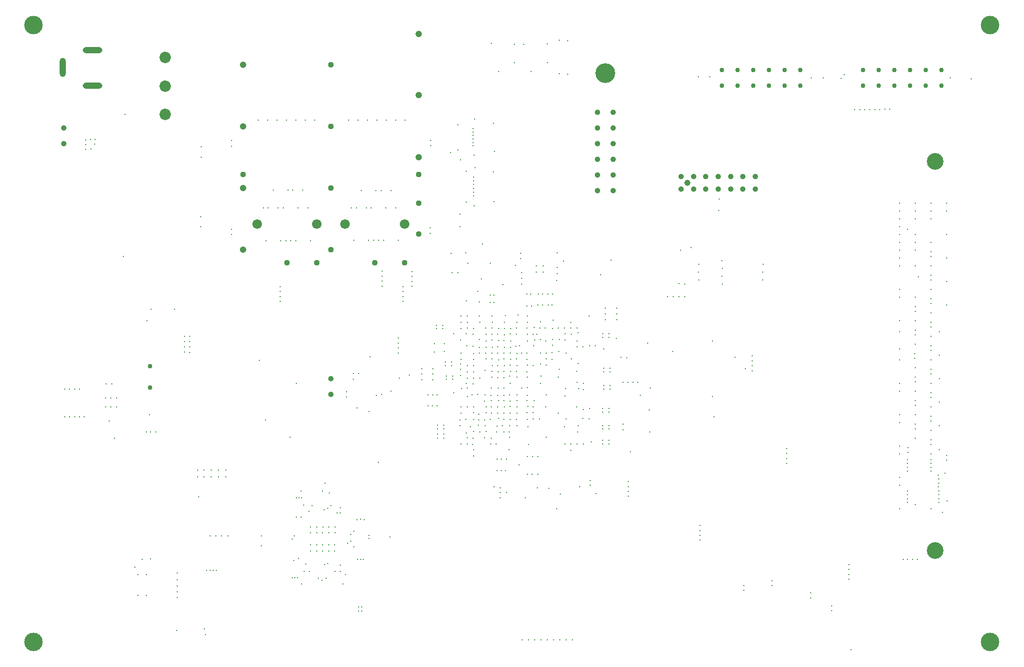
<source format=gbr>
%FSTAX23Y23*%
%MOIN*%
%SFA1B1*%

%IPPOS*%
%ADD150C,0.030000*%
%ADD151O,0.039370X0.122047*%
%ADD152O,0.125000X0.039370*%
%ADD153C,0.106299*%
%ADD154C,0.106299*%
%ADD155C,0.118110*%
%ADD156C,0.118110*%
%ADD157C,0.118110*%
%ADD158C,0.118110*%
%ADD159C,0.061024*%
%ADD160C,0.072835*%
%ADD161C,0.039370*%
%ADD162C,0.035433*%
%ADD163C,0.035433*%
%ADD164C,0.037401*%
%ADD165C,0.041339*%
%ADD166C,0.125984*%
%ADD167C,0.007992*%
%ADD168C,0.010000*%
%ADD169C,0.007008*%
%ADD170C,0.007874*%
%LNatfc_pth_drill-1*%
%LPD*%
G54D150*
X08059Y05085D03*
X08159D03*
X08259D03*
X08359D03*
X08459D03*
X08559D03*
X08059Y05185D03*
X08159D03*
X08259D03*
X08359D03*
X08459D03*
X08559D03*
X07159Y05085D03*
X07259D03*
X07359D03*
X07459D03*
X07559D03*
X07659D03*
X07159Y05185D03*
X07259D03*
X07359D03*
X07459D03*
X07559D03*
X07659D03*
X0351Y03296D03*
Y03159D03*
G54D151*
X02956Y05204D03*
G54D152*
X03145Y05314D03*
Y05086D03*
G54D153*
X08519Y02121D03*
G54D154*
X08519Y04602D03*
G54D155*
X08869Y05474D03*
G54D156*
X02769Y05474D03*
G54D157*
X02769Y01537D03*
G54D158*
X08869Y01537D03*
G54D159*
X04756Y04202D03*
X05134D03*
X04195D03*
X04573D03*
G54D160*
X03608Y05084D03*
Y05265D03*
Y04902D03*
G54D161*
X06938Y04467D03*
G54D162*
X06899Y04428D03*
X06978D03*
X07056D03*
X07135D03*
X07214D03*
X07292D03*
X07371D03*
X06899Y04507D03*
X06978D03*
X07056D03*
X07135D03*
X07214D03*
X07292D03*
X07371D03*
G54D163*
X04666Y03115D03*
Y03215D03*
X06364Y04917D03*
X06464D03*
X06364Y04817D03*
X06464D03*
X06364Y04717D03*
X06464D03*
X06364Y04617D03*
X06464D03*
X06364Y04517D03*
X06464D03*
X06364Y04417D03*
X06464D03*
X0296Y04815D03*
Y04715D03*
G54D164*
X05134Y03958D03*
X04945D03*
X04384D03*
X04573D03*
X05226Y04521D03*
X04104D03*
X05226Y04336D03*
Y04139D03*
X04665Y0404D03*
Y04434D03*
Y04828D03*
Y05221D03*
G54D165*
X05226Y05418D03*
Y05025D03*
Y04631D03*
X04104Y05221D03*
Y04828D03*
Y04434D03*
Y0404D03*
G54D166*
X06414Y05167D03*
G54D167*
X07419Y03845D03*
X05654Y02999D03*
X0659Y03192D03*
X05654Y03038D03*
X06559Y03192D03*
X05601Y03772D03*
X08388Y03347D03*
X05575Y03339D03*
X08388Y03377D03*
X05575Y03378D03*
X08374Y02064D03*
X05811Y03457D03*
X08342Y02064D03*
X05811Y03418D03*
X0834Y02675D03*
X05772Y03536D03*
X0834Y02649D03*
X05772Y03496D03*
X0834Y02475D03*
X05692Y03539D03*
X08341Y02449D03*
X05692Y035D03*
X05495Y03577D03*
X07858Y01736D03*
X05495Y03537D03*
X07858Y01767D03*
X07724Y01817D03*
X05495Y0338D03*
X0849Y02827D03*
X05495Y0334D03*
X07724Y01849D03*
X0849Y02797D03*
X07298Y01865D03*
X05492Y03275D03*
X0849Y02977D03*
X07298Y01897D03*
X05492Y03236D03*
X0849Y02947D03*
X07477Y01897D03*
X05536Y0326D03*
X0859Y02727D03*
X07477Y01928D03*
X05536Y03221D03*
X0859Y02697D03*
X0839Y02897D03*
X05536Y03157D03*
X0839Y02927D03*
X05498Y03152D03*
X0849Y03097D03*
X05602Y03115D03*
X0849Y03127D03*
X05566Y03114D03*
X08491Y02675D03*
X07968Y01968D03*
X05607Y02952D03*
X08491Y02649D03*
X07968Y02D03*
X05607Y02991D03*
X0839Y03047D03*
X05536Y03038D03*
X0839Y03077D03*
X05496Y03038D03*
X0849Y03247D03*
X05523Y02956D03*
X0849Y03277D03*
X05488Y02917D03*
X0854Y02449D03*
X05575Y03038D03*
X07019Y02216D03*
X0854Y02475D03*
X05575Y02999D03*
X07019Y02248D03*
X08197Y04935D03*
X08229Y04935D03*
X05965Y03462D03*
X08134Y04932D03*
X06079Y0343D03*
X08163Y04932D03*
X06078Y03467D03*
X081Y04933D03*
X06236Y0354D03*
X08068Y04934D03*
X06199Y035D03*
X08037Y04934D03*
X06002Y03465D03*
X08005Y04934D03*
X05979Y03499D03*
X06121Y03465D03*
X06074Y03685D03*
X06051D03*
X0603Y03539D03*
X06077Y03535D03*
X06Y0358D03*
X05956Y035D03*
X05868Y03427D03*
X05882Y0338D03*
X05918Y03457D03*
X05915Y0338D03*
X05846Y03424D03*
X06235Y03457D03*
X06397Y0348D03*
X06437D03*
X06397Y03503D03*
X06437D03*
X05851Y03377D03*
X06198Y03342D03*
X0624Y03314D03*
X0635Y03425D03*
X06316D03*
X0839Y03677D03*
X05721Y02877D03*
X0839Y03647D03*
X05723Y02912D03*
X0849Y03727D03*
X05803Y02842D03*
X0849Y03697D03*
X05802Y02877D03*
X06397Y02799D03*
X06437Y02822D03*
Y02799D03*
X06039Y02842D03*
X05759Y02917D03*
X0849Y03877D03*
X05803Y02917D03*
X0849Y03847D03*
X0839Y02412D03*
X08593Y02435D03*
X08566Y02362D03*
X0834Y02699D03*
X08491D03*
X08313Y02064D03*
X04988Y03118D03*
X0834Y02625D03*
Y02499D03*
X05535Y03102D03*
X05527Y03188D03*
X08343Y02777D03*
Y02747D03*
X05385Y02862D03*
Y02838D03*
X05654Y02881D03*
X0849Y03397D03*
X05614Y02877D03*
X0849Y03427D03*
Y03577D03*
X05685Y02799D03*
X0849Y03547D03*
X05688Y02838D03*
X0839Y03527D03*
X05645Y02952D03*
X0839Y03497D03*
X05681Y02956D03*
X0757Y02707D03*
X05571Y02835D03*
X0757Y02739D03*
X05569Y02797D03*
X07019Y02279D03*
X0757Y02676D03*
Y0277D03*
X06561Y02527D03*
X05646Y0284D03*
X08541Y02549D03*
X06561Y02496D03*
X05606Y02921D03*
X08541Y02575D03*
X05575Y02881D03*
X05917Y0272D03*
X05802Y02762D03*
X05768Y02876D03*
X05735Y02962D03*
X05769Y02957D03*
X05719Y02799D03*
X05649Y02917D03*
X05807Y02957D03*
X05769Y02996D03*
X0585Y02917D03*
X08412Y03865D03*
X05575Y03221D03*
X05614D03*
X0849Y04027D03*
Y03997D03*
X06405Y03149D03*
X06444D03*
X06405Y03173D03*
X06244Y03153D03*
X06275Y03147D03*
X05732Y03157D03*
X05767D03*
X05807Y03185D03*
X05688Y03157D03*
X05648Y03271D03*
X05728Y0311D03*
X05767D03*
X05729Y03224D03*
X05769D03*
X06622Y03192D03*
X05653Y035D03*
X06232Y03036D03*
X06241Y02917D03*
X05649Y03114D03*
X06116Y03225D03*
X05728Y03035D03*
X05688D03*
X0561Y03417D03*
X0585Y03036D03*
X05917Y03161D03*
X05389Y03389D03*
X05326Y03385D03*
X05685Y0311D03*
X0569Y03227D03*
X05646Y03073D03*
X05728Y03299D03*
X05448Y03503D03*
X06035Y03456D03*
X0596Y03543D03*
X05913Y03539D03*
X06413Y03665D03*
X06236Y03192D03*
X06273Y0302D03*
X05921Y02909D03*
X0692Y0374D03*
X05955Y02959D03*
X06884Y0374D03*
X05955Y02999D03*
X06847Y0374D03*
X06444Y03173D03*
X06311Y0296D03*
X06685Y03444D03*
X06551Y0335D03*
X06035Y03035D03*
X0585Y03114D03*
X05688Y03078D03*
X05767D03*
X0585D03*
X0596Y03075D03*
X05807Y03074D03*
X06238Y02875D03*
X05574Y02955D03*
X05918Y0311D03*
X05808Y02996D03*
X05527Y04342D03*
Y04539D03*
X05783Y02704D03*
X06015Y03685D03*
X05571Y04814D03*
Y04791D03*
Y04769D03*
Y04746D03*
Y04724D03*
Y04702D03*
X05575Y04504D03*
Y04479D03*
Y04455D03*
Y0443D03*
Y04406D03*
Y04382D03*
X05984Y0272D03*
X05952D03*
X05917Y02606D03*
X05448Y03125D03*
X05858Y03622D03*
X05811Y03535D03*
X05771Y03578D03*
X05917Y035D03*
X05095Y03412D03*
X05047Y03137D03*
X0585Y02996D03*
X06484Y03472D03*
X05165Y0324D03*
X05102Y0322D03*
X05984Y02606D03*
X05948D03*
X05762Y03815D03*
X06488Y03594D03*
Y03629D03*
X06413Y03594D03*
Y03629D03*
X05724Y02704D03*
X05751D03*
X05779Y02629D03*
X05751D03*
X05724D03*
X06314Y03027D03*
X05984Y03685D03*
X06082Y0359D03*
X06078Y03755D03*
X06047D03*
X06015D03*
X05988D03*
X05937D03*
X05913D03*
Y03681D03*
X06Y03185D03*
X06161Y03153D03*
X05651Y03539D03*
X05346Y02838D03*
Y02862D03*
X05385Y02897D03*
Y02921D03*
X05346Y02897D03*
Y02921D03*
X05574Y02724D03*
X06452Y03972D03*
X07419Y03895D03*
X05314Y03248D03*
X05244D03*
X05342Y03043D03*
X05311D03*
X05283D03*
X05314Y03114D03*
X05342D03*
X05283D03*
X05529Y03503D03*
X06001Y03309D03*
X06074Y03382D03*
X05918Y02957D03*
X06158Y03107D03*
X05586Y04562D03*
X05701Y04535D03*
X05705Y04348D03*
X05578Y0432D03*
X05475Y04835D03*
Y04678D03*
X05578Y04642D03*
X05708Y04666D03*
X05702Y04847D03*
X0558Y04872D03*
X05729Y0342D03*
X05809Y03504D03*
X05095Y0338D03*
X06037Y03381D03*
Y03303D03*
Y03342D03*
X04341Y0371D03*
X06962Y04052D03*
X06893Y04035D03*
X06884Y03822D03*
X0692Y0382D03*
X06811Y0374D03*
X05571Y03184D03*
X0569Y03381D03*
X06561Y02465D03*
Y02559D03*
X05693Y033D03*
X05772D03*
X05851Y033D03*
X05693Y03418D03*
X05808Y03381D03*
X0499Y03807D03*
X05917Y03227D03*
X05769Y03263D03*
X05955Y033D03*
X06073Y03339D03*
X06165Y03381D03*
X05772Y03038D03*
X05572Y035D03*
X05575Y03536D03*
X05733Y03077D03*
X05955Y03038D03*
X05915Y02999D03*
X05095Y03475D03*
X05574Y02762D03*
X04341Y03804D03*
X05535Y033D03*
X05811Y03262D03*
X05914Y0326D03*
X05731D03*
X05126Y0371D03*
X05181Y03901D03*
X05126Y03804D03*
X0499Y03902D03*
X05531Y03425D03*
X05997Y03539D03*
X06115D03*
X06155D03*
X06233Y03421D03*
X05729Y035D03*
X05848Y03539D03*
Y035D03*
X05533Y03578D03*
Y03539D03*
X05493Y03618D03*
X05533D03*
X05651Y03381D03*
X05729D03*
X05491Y03311D03*
X0569Y03263D03*
X05848D03*
X05777Y0362D03*
X05611Y03381D03*
X0561Y03467D03*
X05571Y03424D03*
X05691Y03462D03*
X0588Y03157D03*
X05728Y02996D03*
X05848Y02956D03*
X05925Y02795D03*
X06196Y02759D03*
X06326Y02814D03*
X05915Y03077D03*
X05807Y03039D03*
X05688Y02996D03*
X05496D03*
X05917Y03303D03*
X06153Y02909D03*
X06272Y02962D03*
X06165Y02959D03*
X06114Y02996D03*
X06039Y03114D03*
X06003Y03232D03*
X06122Y03275D03*
X06Y03381D03*
X06118Y03389D03*
X06196Y03578D03*
X06311Y03618D03*
X05921Y03039D03*
X05996Y0296D03*
X06157Y02799D03*
X06196D03*
X06236D03*
X06275D03*
X06527Y03192D03*
X06275Y03188D03*
X06232Y03263D03*
X06397Y02897D03*
X06437D03*
Y02917D03*
X06397D03*
Y03027D03*
Y03003D03*
X06437Y03027D03*
Y03003D03*
X06405Y03283D03*
Y03259D03*
X06444Y03283D03*
Y03259D03*
X05393Y03322D03*
Y03299D03*
X05433Y03322D03*
Y03299D03*
X05401Y03232D03*
X05244Y03209D03*
X05315D03*
X05244Y03279D03*
X0544Y03232D03*
Y03212D03*
X05401D03*
X05314Y03279D03*
X06397Y02822D03*
X05917Y03618D03*
X05181Y03807D03*
X0561Y03705D03*
X05681Y03704D03*
X05704D03*
X05681Y03751D03*
X05704D03*
X05095Y03443D03*
X05653Y03457D03*
Y03418D03*
X06488Y03665D03*
X05944Y03681D03*
X05851Y03575D03*
X05917Y03578D03*
X06194Y03539D03*
X05693Y03575D03*
X05736Y03535D03*
X0569Y03618D03*
X05734Y0346D03*
X05769Y0346D03*
Y03381D03*
X05772Y03418D03*
X08405Y02064D03*
X05914Y0334D03*
X05848Y03342D03*
X05808Y03303D03*
X05811Y03339D03*
X05769Y03342D03*
X05733Y03337D03*
X0569Y03342D03*
X05653Y03342D03*
X0829Y04287D03*
X0839Y04337D03*
Y04237D03*
X0829Y04187D03*
X0839Y04137D03*
X0829Y04087D03*
X0839Y03937D03*
X0859Y04337D03*
X0849Y04287D03*
X0839Y04037D03*
Y04287D03*
Y04087D03*
Y03737D03*
Y03587D03*
Y03437D03*
Y03287D03*
X08391Y03137D03*
X0839Y02987D03*
Y02837D03*
X0829Y02387D03*
Y02537D03*
Y02587D03*
Y02737D03*
Y02787D03*
Y02937D03*
Y02987D03*
Y03137D03*
Y03187D03*
Y03337D03*
Y03407D03*
Y03517D03*
Y03587D03*
Y03737D03*
Y03787D03*
Y03937D03*
Y03987D03*
Y04037D03*
Y04137D03*
Y04237D03*
Y04337D03*
X0849Y02737D03*
Y02887D03*
Y03037D03*
Y03187D03*
Y03337D03*
Y03487D03*
Y03637D03*
Y03787D03*
Y03937D03*
Y04087D03*
Y04237D03*
Y04337D03*
X0859Y04287D03*
Y04137D03*
Y03987D03*
Y03837D03*
Y03687D03*
X0849Y02387D03*
X0854Y02499D03*
X0735Y03362D03*
Y03267D03*
X08539Y02525D03*
Y02599D03*
X05554Y02909D03*
X07968Y02031D03*
Y01937D03*
X08491Y02625D03*
X0834Y02425D03*
X08582Y02614D03*
X08543Y02763D03*
Y02917D03*
Y03066D03*
Y03216D03*
Y03366D03*
X08544Y03515D03*
X08342Y04169D03*
X0854Y02425D03*
X07019Y02185D03*
X05326Y0344D03*
X05491Y03462D03*
X05389Y0344D03*
X05338Y03555D03*
X05377D03*
Y03535D03*
X05338D03*
X05488Y02952D03*
X05527Y0287D03*
X05496Y02799D03*
X0624Y03511D03*
X06157Y03464D03*
Y03503D03*
X0627Y0342D03*
X0742Y03945D03*
X05957Y03427D03*
X05614Y03575D03*
X05611Y03618D03*
X05529Y03712D03*
X04341Y03741D03*
Y03772D03*
X05126D03*
X0499Y0384D03*
X05181Y03838D03*
X0499Y03871D03*
X05181Y0387D03*
X05126Y03741D03*
X05575Y033D03*
X0735Y0333D03*
X05575Y0326D03*
X0735Y03299D03*
X05806Y03232D03*
X05851Y03225D03*
X05806Y03112D03*
X05536Y02841D03*
X0839Y03197D03*
X05535Y02799D03*
X0839Y03227D03*
G54D168*
X08613Y05137D03*
X08748Y05129D03*
X07938Y05157D03*
X07917Y05132D03*
X06403Y03405D03*
X07082Y05144D03*
X07008D03*
X07803Y05137D03*
X07728Y05138D03*
X06318Y02537D03*
X04954Y0311D03*
X04297Y04419D03*
X04391D03*
X04422D03*
X04485D03*
X04454Y04307D03*
X0436D03*
X04858Y04417D03*
X04952D03*
X04984D03*
X05047D03*
X05015Y04305D03*
X04921D03*
X05905Y02456D03*
X04653Y02488D03*
X03492Y03586D03*
X0483Y03031D03*
X04909Y03007D03*
X07307Y03279D03*
X0724Y03354D03*
X06385Y03881D03*
X05523Y04019D03*
X06251Y02527D03*
X03547Y02877D03*
X03515D03*
X03488D03*
X03342Y03996D03*
X03838Y04629D03*
Y04696D03*
X03834Y04251D03*
Y04188D03*
X05429Y04661D03*
X05492Y04614D03*
X05488Y04267D03*
Y04188D03*
X07137Y04291D03*
X07141Y04362D03*
X04208Y03334D03*
X0346Y02062D03*
X04916Y03357D03*
X0594Y05177D03*
X05733Y05178D03*
X06175Y05372D03*
X06122Y05375D03*
X05431Y04015D03*
X0563Y04075D03*
X06513Y03352D03*
X04247Y02952D03*
X03261Y03037D03*
X03262Y03094D03*
X03269Y03184D03*
X03297Y03038D03*
Y03094D03*
X03232Y03183D03*
X03286Y02837D03*
X04406Y02842D03*
X04628Y02549D03*
X04445Y03187D03*
X06205Y0155D03*
X06085D03*
X05885D03*
X06165D03*
X06125D03*
X06045D03*
X05965D03*
X05925D03*
X06005D03*
X03413Y02014D03*
X03487Y01832D03*
X03435Y01833D03*
X04841Y0325D03*
X04807Y03214D03*
Y0325D03*
X04765Y03134D03*
Y03099D03*
X04031Y04137D03*
X03865Y01584D03*
X03517Y0366D03*
X03352Y04904D03*
X03252Y02947D03*
X05298Y04144D03*
Y04179D03*
X053Y04702D03*
Y04735D03*
X04032Y047D03*
Y04735D03*
X04031Y0417D03*
X04778Y04865D03*
X04838D03*
X04898D03*
X04958D03*
X05018D03*
X05078D03*
X05138D03*
X04562Y04865D03*
X04502D03*
X04442D03*
X04382D03*
X04322D03*
X04262D03*
X04202D03*
X04408Y04097D03*
X04251D03*
X04345D03*
X04811Y041D03*
X04906D03*
X04328Y04307D03*
X0489Y04305D03*
X04827D03*
X05078D03*
X04795D03*
X04265Y04307D03*
X04234D03*
X05094Y041D03*
X05D03*
X04968D03*
X04937D03*
X04534Y04097D03*
X0444D03*
X04377D03*
X0701Y03845D03*
X07009Y03895D03*
X0701Y03947D03*
X03435Y01968D03*
X03487Y01966D03*
X06046Y05232D03*
X05893Y0535D03*
X06043Y05352D03*
X05836Y05234D03*
Y0535D03*
X05689Y05355D03*
X06846Y0339D03*
X05865Y02667D03*
X06318Y02566D03*
X05982Y0252D03*
X05743Y0252D03*
X05705Y02525D03*
X06638Y0311D03*
X07099Y03102D03*
Y03455D03*
X05743Y02457D03*
Y02489D03*
X05474Y03892D03*
X04689Y02117D03*
X04612D03*
X04534D03*
X04573D03*
X0465D03*
X04689Y02155D03*
X04612D03*
X04534D03*
X04573D03*
X0465D03*
X0469Y02232D03*
X04535D03*
X04574D03*
X04651D03*
X0469Y0227D03*
X04535D03*
X04574D03*
X04652D03*
X04613D03*
X04612Y02232D03*
X03227Y03093D03*
X03228Y03037D03*
X03507Y02985D03*
X03101Y04741D03*
X03132Y04742D03*
X03162D03*
X03101Y04711D03*
X03157Y04712D03*
X031Y04681D03*
X03133Y04682D03*
X03668Y03659D03*
X02967Y02973D03*
X02999D03*
X0303D03*
X0306D03*
X0309D03*
X02969Y03151D03*
X02998D03*
X0303Y0315D03*
X03062Y03149D03*
X03813Y0259D03*
X03856D03*
X03902D03*
X03948D03*
X03996D03*
Y02634D03*
X03948D03*
X03902D03*
X03856D03*
X03813D03*
X03893Y02212D03*
X03931Y02214D03*
X03968Y02212D03*
X04007Y02214D03*
X03686Y01819D03*
Y01857D03*
Y01894D03*
Y01934D03*
Y01975D03*
X03681Y01609D03*
X03858Y01621D03*
X04444Y02332D03*
X04474D03*
X04427Y02055D03*
X04459Y0207D03*
X04811Y02142D03*
X04812Y02244D03*
X06109Y03927D03*
X06108Y04019D03*
X05876Y04017D03*
X05873Y03982D03*
X0588Y03892D03*
Y0382D03*
X0584Y03939D03*
X06147Y03965D03*
X05439Y03892D03*
X05625Y03854D03*
X05539Y03952D03*
X05681D03*
X05783Y0249D03*
X06053Y02515D03*
X06354Y02482D03*
X06129Y0248D03*
X06105Y02387D03*
X06701Y03157D03*
X06122Y05162D03*
X06174Y0516D03*
X03763Y03384D03*
Y03419D03*
X03764Y03485D03*
X03763Y03454D03*
X0373Y03385D03*
Y0342D03*
X03731Y03485D03*
Y03454D03*
X04517Y04307D03*
X06107Y03887D03*
X06106Y03842D03*
X0588Y03857D03*
X07108Y02973D03*
X06698Y02876D03*
X06696Y03015D03*
X06527Y02889D03*
Y02925D03*
X06574Y02751D03*
X03514Y02065D03*
X07159Y0397D03*
X0716Y0392D03*
X07157Y0387D03*
X07162Y0382D03*
G54D169*
X0798Y01487D03*
X04967Y02682D03*
X04791Y02181D03*
X0477Y02167D03*
X04791Y02224D03*
X04645Y02035D03*
X04432Y02212D03*
X0387Y01992D03*
X04758Y01966D03*
X04665Y02405D03*
X04492Y02409D03*
X04724Y02393D03*
X04723Y0236D03*
X04703D03*
X04908Y02215D03*
Y02197D03*
X04872Y02064D03*
X04854D03*
X04836D03*
X04612Y02499D03*
X04222Y0215D03*
X04222Y02212D03*
X04418Y02194D03*
X04609Y0193D03*
X04634Y01944D03*
X04585D03*
X04476Y025D03*
X0382Y02464D03*
X04478Y01905D03*
Y02455D03*
X04461Y02455D03*
X04445Y02455D03*
X04525Y0237D03*
X0462Y0238D03*
X04528Y01986D03*
X04452Y01945D03*
X04435D03*
X04418D03*
X04495Y01987D03*
X04692Y01985D03*
X04723Y01987D03*
X04546Y02407D03*
X04723Y02025D03*
X04506Y02032D03*
X0483Y02317D03*
X04853Y02319D03*
X04878Y02317D03*
X0474Y01905D03*
X04623Y0203D03*
X03893Y01992D03*
X03913D03*
X03933D03*
X04645Y02389D03*
X04842Y01759D03*
X04862D03*
X04842Y01732D03*
X04862D03*
X05041Y02207D03*
G54D170*
X06019Y03938D03*
Y03895D03*
X05976D03*
Y03938D03*
M02*
</source>
